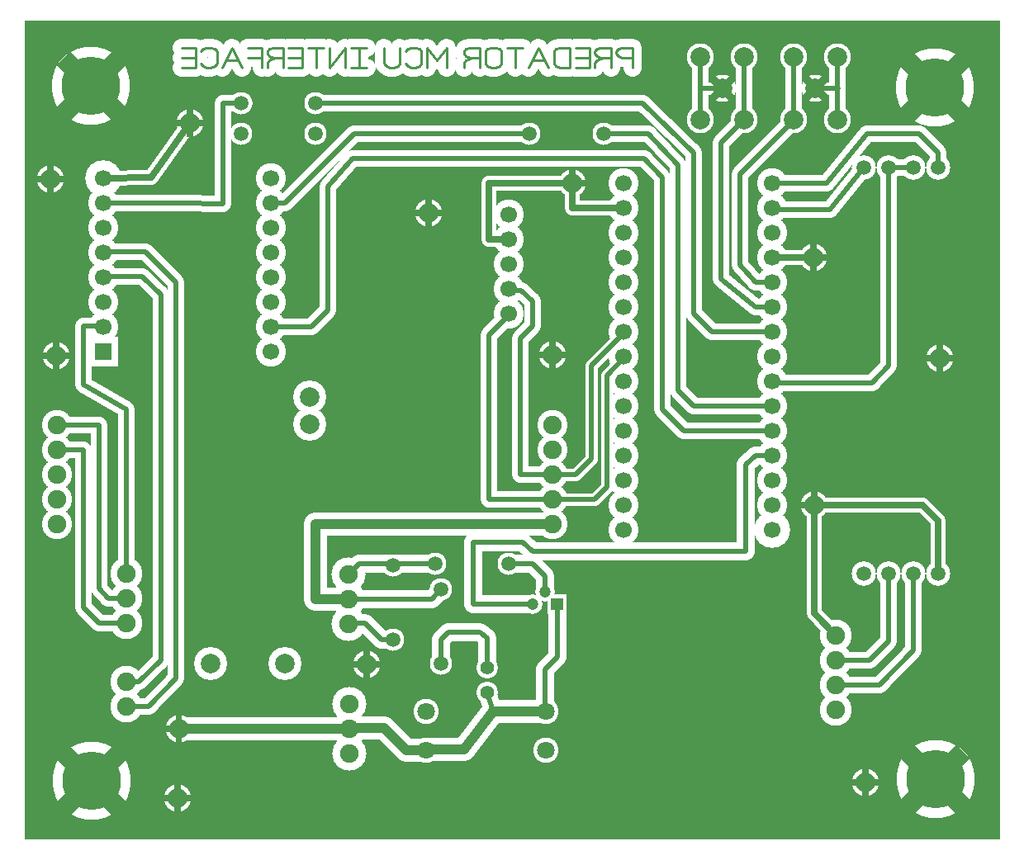
<source format=gbr>
%FSLAX34Y34*%
%MOMM*%
%LNCOPPER_BOTTOM*%
G71*
G01*
%ADD10C, 3.100*%
%ADD11C, 3.700*%
%ADD12C, 2.500*%
%ADD13C, 2.600*%
%ADD14C, 3.500*%
%ADD15C, 3.400*%
%ADD16C, 2.200*%
%ADD17C, 3.300*%
%ADD18C, 1.700*%
%ADD19C, 1.900*%
%ADD20C, 2.400*%
%ADD21C, 2.800*%
%ADD22C, 1.300*%
%ADD23C, 1.500*%
%ADD24C, 3.300*%
%ADD25C, 2.000*%
%ADD26C, 3.400*%
%ADD27C, 1.856*%
%ADD28C, 2.300*%
%ADD29C, 8.000*%
%ADD30C, 8.000*%
%ADD31C, 2.800*%
%ADD32C, 0.667*%
%ADD33C, 0.840*%
%ADD34C, 0.820*%
%ADD35C, 2.000*%
%ADD36C, 1.700*%
%ADD37C, 1.700*%
%ADD38C, 1.500*%
%ADD39C, 1.800*%
%ADD40C, 1.900*%
%ADD41C, 2.000*%
%ADD42C, 1.400*%
%ADD43C, 1.900*%
%ADD44C, 0.500*%
%ADD45C, 1.000*%
%ADD46C, 0.700*%
%ADD47C, 1.200*%
%ADD48C, 0.256*%
%ADD49C, 1.500*%
%ADD50C, 6.000*%
%ADD51C, 6.000*%
%ADD52C, 2.000*%
%LPD*%
G36*
X0Y840000D02*
X1000000Y840000D01*
X1000000Y0D01*
X0Y0D01*
X0Y840000D01*
G37*
%LPC*%
X252412Y678200D02*
G54D10*
D03*
X252412Y652800D02*
G54D10*
D03*
X252412Y627400D02*
G54D10*
D03*
X252412Y602000D02*
G54D10*
D03*
X252412Y576600D02*
G54D10*
D03*
X252412Y551200D02*
G54D10*
D03*
X252412Y525800D02*
G54D10*
D03*
X252412Y500400D02*
G54D10*
D03*
X80962Y678200D02*
G54D11*
D03*
X80962Y678200D02*
G54D10*
D03*
X80962Y652800D02*
G54D10*
D03*
X80962Y627400D02*
G54D10*
D03*
X80962Y602000D02*
G54D10*
D03*
X80962Y576600D02*
G54D10*
D03*
X80962Y551200D02*
G54D10*
D03*
X80962Y525800D02*
G54D10*
D03*
G36*
X96462Y515900D02*
X96462Y484900D01*
X65462Y484900D01*
X65462Y515900D01*
X96462Y515900D01*
G37*
X614362Y317837D02*
G54D10*
D03*
X614362Y343237D02*
G54D10*
D03*
X614362Y368637D02*
G54D10*
D03*
X614362Y394037D02*
G54D10*
D03*
X614362Y419437D02*
G54D10*
D03*
X614362Y444837D02*
G54D10*
D03*
X614362Y470237D02*
G54D10*
D03*
X614362Y495637D02*
G54D10*
D03*
X614362Y521037D02*
G54D10*
D03*
X614362Y546437D02*
G54D10*
D03*
X614362Y571837D02*
G54D10*
D03*
X614362Y597237D02*
G54D10*
D03*
X614362Y622637D02*
G54D10*
D03*
X614362Y648037D02*
G54D10*
D03*
X614362Y673437D02*
G54D10*
D03*
X766762Y317837D02*
G54D11*
D03*
X766762Y317837D02*
G54D10*
D03*
X766762Y343237D02*
G54D10*
D03*
X766762Y368637D02*
G54D10*
D03*
X766762Y394037D02*
G54D10*
D03*
X766762Y419437D02*
G54D10*
D03*
X766762Y444837D02*
G54D10*
D03*
X766762Y470237D02*
G54D10*
D03*
X766762Y495637D02*
G54D10*
D03*
X766762Y521037D02*
G54D10*
D03*
X766762Y546437D02*
G54D10*
D03*
X766762Y571837D02*
G54D10*
D03*
X766762Y597237D02*
G54D10*
D03*
X766762Y622637D02*
G54D10*
D03*
X766762Y648037D02*
G54D10*
D03*
X766762Y673437D02*
G54D10*
D03*
X860424Y688975D02*
G54D12*
D03*
X885824Y688975D02*
G54D12*
D03*
X911224Y688975D02*
G54D12*
D03*
X936624Y688975D02*
G54D12*
D03*
X496887Y539750D02*
G54D10*
D03*
X496887Y565150D02*
G54D10*
D03*
X496887Y590550D02*
G54D10*
D03*
X496887Y615950D02*
G54D10*
D03*
X496887Y641351D02*
G54D10*
D03*
X412261Y91458D02*
G54D13*
D03*
X412261Y131458D02*
G54D13*
D03*
X332654Y221507D02*
G54D14*
D03*
X332654Y246907D02*
G54D14*
D03*
X332654Y272307D02*
G54D14*
D03*
X267443Y180908D02*
G54D15*
D03*
X191243Y180908D02*
G54D15*
D03*
X332942Y88499D02*
G54D14*
D03*
X332942Y113899D02*
G54D14*
D03*
X332942Y139299D02*
G54D14*
D03*
X474663Y176212D02*
G54D16*
D03*
X474662Y150812D02*
G54D16*
D03*
X860424Y273050D02*
G54D12*
D03*
X885824Y273050D02*
G54D12*
D03*
X911224Y273050D02*
G54D12*
D03*
X936624Y273050D02*
G54D12*
D03*
X831850Y209550D02*
G54D17*
D03*
X831850Y184150D02*
G54D17*
D03*
X831850Y158750D02*
G54D17*
D03*
X831850Y133350D02*
G54D17*
D03*
G54D18*
X766762Y646450D02*
X825836Y646450D01*
X860424Y688975D01*
G54D18*
X766762Y468650D02*
X868700Y468650D01*
X885825Y485775D01*
X885824Y688975D01*
X911224Y688975D01*
G54D18*
X885824Y273050D02*
X885824Y203199D01*
X866775Y184150D01*
X831850Y184150D01*
G54D18*
X911224Y273050D02*
X911224Y193674D01*
X876300Y158750D01*
X831850Y158750D01*
X534237Y131583D02*
G54D13*
D03*
X534237Y91583D02*
G54D13*
D03*
G54D19*
X378371Y205084D02*
X366416Y205084D01*
X349250Y222250D01*
X333397Y222250D01*
X332654Y221507D01*
G54D20*
X540847Y323360D02*
X326535Y323360D01*
X298450Y323850D01*
X298450Y246699D01*
X332654Y246907D01*
X332254Y247307D01*
X332654Y246907D01*
X158342Y113899D02*
G54D21*
D03*
G54D20*
X534237Y131583D02*
X480833Y131583D01*
X450850Y92075D01*
X412878Y92075D01*
X412261Y91458D01*
X391142Y91458D01*
X368300Y114300D01*
X333345Y114300D01*
X332943Y113897D01*
G54D22*
X614362Y494050D02*
X614362Y493712D01*
X596900Y476250D01*
X596900Y361950D01*
X584200Y349250D01*
X541338Y349250D01*
X540847Y348760D01*
G54D22*
X614362Y519450D02*
X614362Y519112D01*
X581025Y485775D01*
X581025Y390525D01*
X565150Y374650D01*
X541337Y374650D01*
X540847Y374160D01*
G54D18*
X496887Y538162D02*
X476250Y517525D01*
X476250Y349250D01*
X540357Y349250D01*
X540847Y348760D01*
G54D18*
X496887Y563563D02*
X509587Y563563D01*
X520700Y552450D01*
X520700Y527050D01*
X508000Y514350D01*
X508000Y374650D01*
X540357Y374650D01*
X540847Y374160D01*
G54D19*
X766762Y394037D02*
X749637Y394037D01*
X739775Y384175D01*
X739775Y295275D01*
X520700Y295275D01*
X511175Y304800D01*
X460375Y304800D01*
X460375Y241300D01*
X520700Y241300D01*
G54D23*
X614362Y648037D02*
X583863Y648037D01*
X561975Y647700D01*
X561975Y673100D01*
X476250Y673100D01*
X476250Y615950D01*
X496887Y615950D01*
X561975Y673100D02*
G54D21*
D03*
G54D23*
X936624Y273050D02*
X936624Y327026D01*
X920750Y342900D01*
X809625Y342900D01*
X809625Y342900D02*
G54D21*
D03*
X169862Y735013D02*
G54D21*
D03*
G54D18*
X252412Y525800D02*
X294025Y525800D01*
X311150Y542925D01*
X311150Y669925D01*
X336550Y698500D01*
X635000Y698500D01*
X654050Y679450D01*
X654050Y441325D01*
X676275Y419100D01*
X766424Y419100D01*
X766762Y419437D01*
G54D18*
X252412Y652800D02*
X267038Y652800D01*
X338138Y723900D01*
X517525Y723900D01*
G54D18*
X80962Y652800D02*
X160675Y652800D01*
X203200Y652462D01*
X203200Y755650D01*
X225425Y755650D01*
X104775Y222250D02*
G54D24*
D03*
X104775Y247650D02*
G54D24*
D03*
X104775Y273050D02*
G54D24*
D03*
G54D18*
X104775Y273050D02*
X104775Y441325D01*
X60325Y466725D01*
X60325Y527050D01*
X79712Y527050D01*
X80962Y525800D01*
X541338Y496888D02*
G54D21*
D03*
X33568Y424960D02*
G54D10*
D03*
X33568Y399560D02*
G54D10*
D03*
X33568Y374160D02*
G54D10*
D03*
X33568Y348760D02*
G54D10*
D03*
X33568Y323360D02*
G54D10*
D03*
X541568Y424960D02*
G54D10*
D03*
X541568Y399560D02*
G54D10*
D03*
X541568Y374160D02*
G54D10*
D03*
X541568Y348760D02*
G54D10*
D03*
X541568Y323360D02*
G54D10*
D03*
G54D18*
X766762Y673437D02*
X822662Y673437D01*
X863600Y723900D01*
X917575Y723900D01*
X936625Y704850D01*
X936624Y688975D01*
X809288Y597237D02*
G54D21*
D03*
G54D23*
X766762Y597237D02*
X809288Y597237D01*
G54D23*
X831850Y209550D02*
X809625Y231775D01*
X809625Y342900D01*
X104775Y136525D02*
G54D24*
D03*
X104775Y161925D02*
G54D24*
D03*
G54D18*
X33568Y424960D02*
X75710Y424960D01*
X76200Y425450D01*
X76200Y257175D01*
X85725Y247650D01*
X104775Y247650D01*
G54D18*
X33568Y399560D02*
X59835Y399560D01*
X60325Y400050D01*
X60325Y238125D01*
X76200Y222250D01*
X104775Y222250D01*
G54D18*
X104775Y161925D02*
X117475Y161925D01*
X139700Y184150D01*
X139700Y558800D01*
X120650Y577850D01*
X82212Y577850D01*
X80962Y576600D01*
G54D18*
X104775Y136525D02*
X127000Y136525D01*
X155575Y165100D01*
X155575Y571500D01*
X123825Y603250D01*
X82212Y603250D01*
X80962Y602000D01*
G54D19*
X332654Y272307D02*
X332654Y272329D01*
X342900Y282575D01*
X420888Y282575D01*
X520700Y241300D02*
G54D25*
D03*
X533400Y254000D02*
G54D25*
D03*
G36*
X536100Y251300D02*
X556100Y251300D01*
X556100Y231300D01*
X536100Y231300D01*
X536100Y251300D01*
G37*
G54D19*
X533400Y254000D02*
X533400Y269875D01*
X520700Y282575D01*
X496888Y282575D01*
G54D19*
X332654Y246907D02*
X417521Y246907D01*
X427000Y256386D01*
G54D19*
X427000Y180386D02*
X427000Y204750D01*
X434975Y212725D01*
X466725Y212725D01*
X474662Y206375D01*
X474663Y176212D01*
G54D19*
X474662Y150812D02*
X480833Y131583D01*
G54D23*
X80962Y678200D02*
X130175Y679450D01*
X169862Y735012D01*
G54D19*
X546100Y241300D02*
X546100Y187325D01*
X533400Y174625D01*
X533400Y132420D01*
X534237Y131583D01*
G54D18*
X738238Y803138D02*
X738238Y738138D01*
G54D18*
X693238Y803138D02*
X693238Y738138D01*
G54D18*
X788488Y803138D02*
X788488Y738138D01*
G54D18*
X833488Y803138D02*
X833488Y738138D01*
G54D18*
X788488Y738138D02*
X788488Y737688D01*
X733425Y682625D01*
X733425Y589299D01*
X749300Y571500D01*
X766762Y571837D01*
G54D18*
X738238Y738138D02*
X738138Y738138D01*
X714375Y714375D01*
X714375Y574675D01*
X749300Y546100D01*
X766425Y546100D01*
X766762Y546437D01*
X810987Y770638D02*
G54D21*
D03*
X715738Y770638D02*
G54D21*
D03*
G54D22*
X715738Y770638D02*
X693038Y770638D01*
G54D22*
X810988Y770638D02*
X834138Y770638D01*
X292505Y425652D02*
G54D26*
D03*
X292505Y454227D02*
G54D26*
D03*
X32847Y496397D02*
G54D21*
D03*
G54D20*
X332942Y113899D02*
X158342Y113899D01*
G54D27*
X623134Y791942D02*
X623134Y812386D01*
X612912Y812386D01*
X608823Y811109D01*
X606779Y808553D01*
X606779Y805997D01*
X608823Y803442D01*
X612912Y802164D01*
X623134Y802164D01*
G54D27*
X592978Y802164D02*
X586845Y799609D01*
X584801Y797053D01*
X584801Y791942D01*
G54D27*
X601156Y791942D02*
X601156Y812386D01*
X590934Y812386D01*
X586845Y811109D01*
X584801Y808553D01*
X584801Y805997D01*
X586845Y803442D01*
X590934Y802164D01*
X601156Y802164D01*
G54D27*
X564867Y791942D02*
X579178Y791942D01*
X579178Y812386D01*
X564867Y812386D01*
G54D27*
X579178Y802164D02*
X564867Y802164D01*
G54D27*
X559245Y791942D02*
X559245Y812386D01*
X549023Y812386D01*
X544934Y811109D01*
X542890Y808553D01*
X542890Y795775D01*
X544934Y793220D01*
X549023Y791942D01*
X559245Y791942D01*
G54D27*
X537267Y791942D02*
X527045Y812386D01*
X516823Y791942D01*
G54D27*
X533178Y799609D02*
X520912Y799609D01*
G54D27*
X503023Y791942D02*
X503023Y812386D01*
G54D27*
X511201Y812386D02*
X494846Y812386D01*
G54D27*
X472868Y808553D02*
X472868Y795775D01*
X474912Y793220D01*
X479001Y791942D01*
X483090Y791942D01*
X487179Y793220D01*
X489223Y795775D01*
X489223Y808553D01*
X487179Y811109D01*
X483090Y812386D01*
X479001Y812386D01*
X474912Y811109D01*
X472868Y808553D01*
G54D27*
X459067Y802164D02*
X452934Y799609D01*
X450890Y797053D01*
X450890Y791942D01*
G54D27*
X467245Y791942D02*
X467245Y812386D01*
X457023Y812386D01*
X452934Y811109D01*
X450890Y808553D01*
X450890Y805997D01*
X452934Y803442D01*
X457023Y802164D01*
X467245Y802164D01*
G54D27*
X433205Y791942D02*
X433205Y812386D01*
X422983Y799609D01*
X412761Y812386D01*
X412761Y791942D01*
G54D27*
X390784Y795775D02*
X392828Y793220D01*
X396917Y791942D01*
X401006Y791942D01*
X405095Y793220D01*
X407139Y795775D01*
X407139Y808553D01*
X405095Y811109D01*
X401006Y812386D01*
X396917Y812386D01*
X392828Y811109D01*
X390784Y808553D01*
G54D27*
X385161Y812386D02*
X385161Y795775D01*
X383117Y793220D01*
X379028Y791942D01*
X374939Y791942D01*
X370850Y793220D01*
X368806Y795775D01*
X368806Y812386D01*
G54D27*
X351121Y791942D02*
X334766Y791942D01*
G54D27*
X342943Y791942D02*
X342943Y812386D01*
G54D27*
X351121Y812386D02*
X334766Y812386D01*
G54D27*
X329143Y791942D02*
X329143Y812386D01*
X312788Y791942D01*
X312788Y812386D01*
G54D27*
X298987Y791942D02*
X298987Y812386D01*
G54D27*
X307165Y812386D02*
X290810Y812386D01*
G54D27*
X270876Y791942D02*
X285187Y791942D01*
X285187Y812386D01*
X270876Y812386D01*
G54D27*
X285187Y802164D02*
X270876Y802164D01*
G54D27*
X257076Y802164D02*
X250943Y799609D01*
X248899Y797053D01*
X248899Y791942D01*
G54D27*
X265254Y791942D02*
X265254Y812386D01*
X255032Y812386D01*
X250943Y811109D01*
X248899Y808553D01*
X248899Y805997D01*
X250943Y803442D01*
X255032Y802164D01*
X265254Y802164D01*
G54D27*
X243276Y791942D02*
X243276Y812386D01*
X228965Y812386D01*
G54D27*
X243276Y802164D02*
X228965Y802164D01*
G54D27*
X223343Y791942D02*
X213121Y812386D01*
X202899Y791942D01*
G54D27*
X219254Y799609D02*
X206988Y799609D01*
G54D27*
X180922Y795775D02*
X182966Y793220D01*
X187055Y791942D01*
X191144Y791942D01*
X195233Y793220D01*
X197277Y795775D01*
X197277Y808553D01*
X195233Y811109D01*
X191144Y812386D01*
X187055Y812386D01*
X182966Y811109D01*
X180922Y808553D01*
G54D27*
X160988Y791942D02*
X175299Y791942D01*
X175299Y812386D01*
X160988Y812386D01*
G54D27*
X175299Y802164D02*
X160988Y802164D01*
X862013Y58738D02*
G54D21*
D03*
X157163Y42863D02*
G54D21*
D03*
X350838Y179388D02*
G54D21*
D03*
X26988Y677863D02*
G54D21*
D03*
X938213Y493713D02*
G54D21*
D03*
X414338Y642938D02*
G54D21*
D03*
X298250Y755650D02*
G54D28*
D03*
X222250Y755650D02*
G54D28*
D03*
G54D18*
X766425Y520700D02*
X704850Y520700D01*
X685800Y539750D01*
X685800Y704850D01*
X633412Y755650D01*
X298250Y755650D01*
G54D18*
X766762Y444837D02*
X766425Y444500D01*
X685800Y444500D01*
X669925Y460375D01*
X669925Y692150D01*
X639762Y723900D01*
X593525Y723900D01*
X68734Y60358D02*
G54D29*
D03*
X933922Y61946D02*
G54D30*
D03*
X933450Y771524D02*
G54D30*
D03*
X68262Y773112D02*
G54D29*
D03*
X738238Y738138D02*
G54D31*
D03*
X738238Y803138D02*
G54D31*
D03*
X693238Y803138D02*
G54D31*
D03*
X693238Y738138D02*
G54D31*
D03*
X833488Y738138D02*
G54D31*
D03*
X833488Y803138D02*
G54D31*
D03*
X788488Y803138D02*
G54D31*
D03*
X788488Y738138D02*
G54D31*
D03*
X298250Y723900D02*
G54D28*
D03*
X222250Y723900D02*
G54D28*
D03*
X593525Y723900D02*
G54D28*
D03*
X517525Y723900D02*
G54D28*
D03*
X378371Y205084D02*
G54D28*
D03*
X378371Y281084D02*
G54D28*
D03*
X427000Y180386D02*
G54D28*
D03*
X427000Y256386D02*
G54D28*
D03*
X496888Y282575D02*
G54D28*
D03*
X420888Y282575D02*
G54D28*
D03*
%LPD*%
G54D32*
G36*
X161675Y113899D02*
X161675Y99399D01*
X155008Y99399D01*
X155008Y113899D01*
X161675Y113899D01*
G37*
G36*
X158342Y110566D02*
X143842Y110566D01*
X143842Y117232D01*
X158342Y117232D01*
X158342Y110566D01*
G37*
G36*
X155008Y113899D02*
X155008Y128399D01*
X161675Y128399D01*
X161675Y113899D01*
X155008Y113899D01*
G37*
G36*
X158342Y117232D02*
X172842Y117232D01*
X172842Y110566D01*
X158342Y110566D01*
X158342Y117232D01*
G37*
G54D32*
G36*
X565308Y673100D02*
X565308Y658600D01*
X558642Y658600D01*
X558642Y673100D01*
X565308Y673100D01*
G37*
G36*
X561975Y669767D02*
X547475Y669767D01*
X547475Y676433D01*
X561975Y676433D01*
X561975Y669767D01*
G37*
G36*
X558642Y673100D02*
X558642Y687600D01*
X565308Y687600D01*
X565308Y673100D01*
X558642Y673100D01*
G37*
G36*
X561975Y676433D02*
X576475Y676433D01*
X576475Y669767D01*
X561975Y669767D01*
X561975Y676433D01*
G37*
G54D32*
G36*
X812958Y342900D02*
X812958Y328400D01*
X806292Y328400D01*
X806292Y342900D01*
X812958Y342900D01*
G37*
G36*
X809625Y339567D02*
X795125Y339567D01*
X795125Y346233D01*
X809625Y346233D01*
X809625Y339567D01*
G37*
G36*
X806292Y342900D02*
X806292Y357400D01*
X812958Y357400D01*
X812958Y342900D01*
X806292Y342900D01*
G37*
G36*
X809625Y346233D02*
X824125Y346233D01*
X824125Y339567D01*
X809625Y339567D01*
X809625Y346233D01*
G37*
G54D32*
G36*
X173195Y735013D02*
X173195Y720513D01*
X166529Y720513D01*
X166529Y735013D01*
X173195Y735013D01*
G37*
G36*
X169862Y731680D02*
X155362Y731680D01*
X155362Y738346D01*
X169862Y738346D01*
X169862Y731680D01*
G37*
G36*
X166529Y735013D02*
X166529Y749513D01*
X173195Y749513D01*
X173195Y735013D01*
X166529Y735013D01*
G37*
G36*
X169862Y738346D02*
X184362Y738346D01*
X184362Y731680D01*
X169862Y731680D01*
X169862Y738346D01*
G37*
G54D32*
G36*
X544671Y496888D02*
X544671Y482388D01*
X538005Y482388D01*
X538005Y496888D01*
X544671Y496888D01*
G37*
G36*
X541338Y493555D02*
X526838Y493555D01*
X526838Y500221D01*
X541338Y500221D01*
X541338Y493555D01*
G37*
G36*
X538005Y496888D02*
X538005Y511388D01*
X544671Y511388D01*
X544671Y496888D01*
X538005Y496888D01*
G37*
G36*
X541338Y500221D02*
X555838Y500221D01*
X555838Y493555D01*
X541338Y493555D01*
X541338Y500221D01*
G37*
G54D32*
G36*
X812621Y597237D02*
X812621Y582737D01*
X805955Y582737D01*
X805955Y597237D01*
X812621Y597237D01*
G37*
G36*
X809288Y593904D02*
X794788Y593904D01*
X794788Y600570D01*
X809288Y600570D01*
X809288Y593904D01*
G37*
G36*
X805955Y597237D02*
X805955Y611737D01*
X812621Y611737D01*
X812621Y597237D01*
X805955Y597237D01*
G37*
G36*
X809288Y600570D02*
X823788Y600570D01*
X823788Y593904D01*
X809288Y593904D01*
X809288Y600570D01*
G37*
G54D33*
G36*
X813957Y767668D02*
X803704Y757415D01*
X797764Y763355D01*
X808017Y773608D01*
X813957Y767668D01*
G37*
G36*
X808017Y767668D02*
X797764Y777921D01*
X803704Y783861D01*
X813957Y773608D01*
X808017Y767668D01*
G37*
G36*
X808017Y773608D02*
X818270Y783861D01*
X824210Y777921D01*
X813957Y767668D01*
X808017Y773608D01*
G37*
G36*
X813957Y773608D02*
X824210Y763355D01*
X818270Y757415D01*
X808017Y767668D01*
X813957Y773608D01*
G37*
G54D34*
G36*
X718637Y767739D02*
X708384Y757486D01*
X702586Y763284D01*
X712839Y773537D01*
X718637Y767739D01*
G37*
G36*
X712839Y767739D02*
X702586Y777992D01*
X708384Y783790D01*
X718637Y773537D01*
X712839Y767739D01*
G37*
G36*
X712839Y773537D02*
X723092Y783790D01*
X728890Y777992D01*
X718637Y767739D01*
X712839Y773537D01*
G37*
G36*
X718637Y773537D02*
X728890Y763284D01*
X723092Y757486D01*
X712839Y767739D01*
X718637Y773537D01*
G37*
G54D32*
G36*
X36180Y496397D02*
X36180Y481897D01*
X29514Y481897D01*
X29514Y496397D01*
X36180Y496397D01*
G37*
G36*
X32847Y493064D02*
X18347Y493064D01*
X18347Y499730D01*
X32847Y499730D01*
X32847Y493064D01*
G37*
G36*
X29514Y496397D02*
X29514Y510897D01*
X36180Y510897D01*
X36180Y496397D01*
X29514Y496397D01*
G37*
G36*
X32847Y499730D02*
X47347Y499730D01*
X47347Y493064D01*
X32847Y493064D01*
X32847Y499730D01*
G37*
G54D32*
G36*
X865346Y58738D02*
X865346Y44238D01*
X858680Y44238D01*
X858680Y58738D01*
X865346Y58738D01*
G37*
G36*
X862013Y55405D02*
X847513Y55405D01*
X847513Y62071D01*
X862013Y62071D01*
X862013Y55405D01*
G37*
G36*
X858680Y58738D02*
X858680Y73238D01*
X865346Y73238D01*
X865346Y58738D01*
X858680Y58738D01*
G37*
G36*
X862013Y62071D02*
X876513Y62071D01*
X876513Y55405D01*
X862013Y55405D01*
X862013Y62071D01*
G37*
G54D32*
G36*
X160496Y42863D02*
X160496Y28363D01*
X153830Y28363D01*
X153830Y42863D01*
X160496Y42863D01*
G37*
G36*
X157163Y39530D02*
X142663Y39530D01*
X142663Y46196D01*
X157163Y46196D01*
X157163Y39530D01*
G37*
G36*
X153830Y42863D02*
X153830Y57363D01*
X160496Y57363D01*
X160496Y42863D01*
X153830Y42863D01*
G37*
G36*
X157163Y46196D02*
X171663Y46196D01*
X171663Y39530D01*
X157163Y39530D01*
X157163Y46196D01*
G37*
G54D32*
G36*
X354171Y179388D02*
X354171Y164888D01*
X347505Y164888D01*
X347505Y179388D01*
X354171Y179388D01*
G37*
G36*
X350838Y176055D02*
X336338Y176055D01*
X336338Y182721D01*
X350838Y182721D01*
X350838Y176055D01*
G37*
G36*
X347505Y179388D02*
X347505Y193888D01*
X354171Y193888D01*
X354171Y179388D01*
X347505Y179388D01*
G37*
G36*
X350838Y182721D02*
X365338Y182721D01*
X365338Y176055D01*
X350838Y176055D01*
X350838Y182721D01*
G37*
G54D32*
G36*
X30321Y677863D02*
X30321Y663363D01*
X23655Y663363D01*
X23655Y677863D01*
X30321Y677863D01*
G37*
G36*
X26988Y674530D02*
X12488Y674530D01*
X12488Y681196D01*
X26988Y681196D01*
X26988Y674530D01*
G37*
G36*
X23655Y677863D02*
X23655Y692363D01*
X30321Y692363D01*
X30321Y677863D01*
X23655Y677863D01*
G37*
G36*
X26988Y681196D02*
X41488Y681196D01*
X41488Y674530D01*
X26988Y674530D01*
X26988Y681196D01*
G37*
G54D32*
G36*
X941546Y493713D02*
X941546Y479213D01*
X934880Y479213D01*
X934880Y493713D01*
X941546Y493713D01*
G37*
G36*
X938213Y490380D02*
X923713Y490380D01*
X923713Y497046D01*
X938213Y497046D01*
X938213Y490380D01*
G37*
G36*
X934880Y493713D02*
X934880Y508213D01*
X941546Y508213D01*
X941546Y493713D01*
X934880Y493713D01*
G37*
G36*
X938213Y497046D02*
X952713Y497046D01*
X952713Y490380D01*
X938213Y490380D01*
X938213Y497046D01*
G37*
G54D32*
G36*
X417671Y642938D02*
X417671Y628438D01*
X411005Y628438D01*
X411005Y642938D01*
X417671Y642938D01*
G37*
G36*
X414338Y639605D02*
X399838Y639605D01*
X399838Y646271D01*
X414338Y646271D01*
X414338Y639605D01*
G37*
G36*
X411005Y642938D02*
X411005Y657438D01*
X417671Y657438D01*
X417671Y642938D01*
X411005Y642938D01*
G37*
G36*
X414338Y646271D02*
X428838Y646271D01*
X428838Y639605D01*
X414338Y639605D01*
X414338Y646271D01*
G37*
G54D35*
G36*
X61662Y67430D02*
X90300Y96067D01*
X104442Y81925D01*
X75805Y53287D01*
X61662Y67430D01*
G37*
G36*
X75805Y67430D02*
X104442Y38792D01*
X90300Y24650D01*
X61662Y53287D01*
X75805Y67430D01*
G37*
G36*
X75805Y53287D02*
X47167Y24650D01*
X33025Y38792D01*
X61662Y67430D01*
X75805Y53287D01*
G37*
G36*
X61662Y53287D02*
X33025Y81925D01*
X47167Y96067D01*
X75805Y67430D01*
X61662Y53287D01*
G37*
G54D35*
G36*
X926850Y69018D02*
X955488Y97655D01*
X969630Y83513D01*
X940993Y54875D01*
X926850Y69018D01*
G37*
G36*
X940993Y69018D02*
X969630Y40380D01*
X955488Y26238D01*
X926850Y54875D01*
X940993Y69018D01*
G37*
G36*
X940993Y54875D02*
X912355Y26238D01*
X898213Y40380D01*
X926850Y69018D01*
X940993Y54875D01*
G37*
G36*
X926850Y54875D02*
X898213Y83513D01*
X912355Y97655D01*
X940993Y69018D01*
X926850Y54875D01*
G37*
G54D35*
G36*
X926378Y778596D02*
X955016Y807233D01*
X969158Y793091D01*
X940521Y764453D01*
X926378Y778596D01*
G37*
G36*
X940521Y778596D02*
X969158Y749958D01*
X955016Y735816D01*
X926378Y764453D01*
X940521Y778596D01*
G37*
G36*
X940521Y764453D02*
X911883Y735816D01*
X897741Y749958D01*
X926378Y778596D01*
X940521Y764453D01*
G37*
G36*
X926378Y764453D02*
X897741Y793091D01*
X911883Y807233D01*
X940521Y778596D01*
X926378Y764453D01*
G37*
G54D35*
G36*
X61191Y780184D02*
X89829Y808821D01*
X103971Y794679D01*
X75334Y766041D01*
X61191Y780184D01*
G37*
G36*
X75334Y780184D02*
X103971Y751546D01*
X89829Y737404D01*
X61191Y766041D01*
X75334Y780184D01*
G37*
G36*
X75334Y766041D02*
X46696Y737404D01*
X32554Y751546D01*
X61191Y780184D01*
X75334Y766041D01*
G37*
G36*
X61191Y766041D02*
X32554Y794679D01*
X46696Y808821D01*
X75334Y780184D01*
X61191Y766041D01*
G37*
X252412Y678200D02*
G54D36*
D03*
X252412Y652800D02*
G54D36*
D03*
X252412Y627400D02*
G54D36*
D03*
X252412Y602000D02*
G54D36*
D03*
X252412Y576600D02*
G54D36*
D03*
X252412Y551200D02*
G54D36*
D03*
X252412Y525800D02*
G54D36*
D03*
X252412Y500400D02*
G54D36*
D03*
X80962Y678200D02*
G54D37*
D03*
X80962Y678200D02*
G54D36*
D03*
X80962Y652800D02*
G54D36*
D03*
X80962Y627400D02*
G54D36*
D03*
X80962Y602000D02*
G54D36*
D03*
X80962Y576600D02*
G54D36*
D03*
X80962Y551200D02*
G54D36*
D03*
X80962Y525800D02*
G54D36*
D03*
G36*
X89462Y508900D02*
X89462Y491900D01*
X72462Y491900D01*
X72462Y508900D01*
X89462Y508900D01*
G37*
X614362Y317837D02*
G54D36*
D03*
X614362Y343237D02*
G54D36*
D03*
X614362Y368637D02*
G54D36*
D03*
X614362Y394037D02*
G54D36*
D03*
X614362Y419437D02*
G54D36*
D03*
X614362Y444837D02*
G54D36*
D03*
X614362Y470237D02*
G54D36*
D03*
X614362Y495637D02*
G54D36*
D03*
X614362Y521037D02*
G54D36*
D03*
X614362Y546437D02*
G54D36*
D03*
X614362Y571837D02*
G54D36*
D03*
X614362Y597237D02*
G54D36*
D03*
X614362Y622637D02*
G54D36*
D03*
X614362Y648037D02*
G54D36*
D03*
X614362Y673437D02*
G54D36*
D03*
X766762Y317837D02*
G54D37*
D03*
X766762Y317837D02*
G54D36*
D03*
X766762Y343237D02*
G54D36*
D03*
X766762Y368637D02*
G54D36*
D03*
X766762Y394037D02*
G54D36*
D03*
X766762Y419437D02*
G54D36*
D03*
X766762Y444837D02*
G54D36*
D03*
X766762Y470237D02*
G54D36*
D03*
X766762Y495637D02*
G54D36*
D03*
X766762Y521037D02*
G54D36*
D03*
X766762Y546437D02*
G54D36*
D03*
X766762Y571837D02*
G54D36*
D03*
X766762Y597237D02*
G54D36*
D03*
X766762Y622637D02*
G54D36*
D03*
X766762Y648037D02*
G54D36*
D03*
X766762Y673437D02*
G54D36*
D03*
X860424Y688975D02*
G54D38*
D03*
X885824Y688975D02*
G54D38*
D03*
X911224Y688975D02*
G54D38*
D03*
X936624Y688975D02*
G54D38*
D03*
X496887Y539750D02*
G54D36*
D03*
X496887Y565150D02*
G54D36*
D03*
X496887Y590550D02*
G54D36*
D03*
X496887Y615950D02*
G54D36*
D03*
X496887Y641351D02*
G54D36*
D03*
X412261Y91458D02*
G54D39*
D03*
X412261Y131458D02*
G54D39*
D03*
X332654Y221507D02*
G54D40*
D03*
X332654Y246907D02*
G54D40*
D03*
X332654Y272307D02*
G54D40*
D03*
X267443Y180908D02*
G54D41*
D03*
X191243Y180908D02*
G54D41*
D03*
X332942Y88499D02*
G54D40*
D03*
X332942Y113899D02*
G54D40*
D03*
X332942Y139299D02*
G54D40*
D03*
X474663Y176212D02*
G54D42*
D03*
X474662Y150812D02*
G54D42*
D03*
X860424Y273050D02*
G54D38*
D03*
X885824Y273050D02*
G54D38*
D03*
X911224Y273050D02*
G54D38*
D03*
X936624Y273050D02*
G54D38*
D03*
X831850Y209550D02*
G54D43*
D03*
X831850Y184150D02*
G54D43*
D03*
X831850Y158750D02*
G54D43*
D03*
X831850Y133350D02*
G54D43*
D03*
G54D44*
X766762Y646450D02*
X825836Y646450D01*
X860424Y688975D01*
G54D44*
X766762Y468650D02*
X868700Y468650D01*
X885825Y485775D01*
X885824Y688975D01*
X911224Y688975D01*
G54D44*
X885824Y273050D02*
X885824Y203199D01*
X866775Y184150D01*
X831850Y184150D01*
G54D44*
X911224Y273050D02*
X911224Y193674D01*
X876300Y158750D01*
X831850Y158750D01*
X534237Y131583D02*
G54D39*
D03*
X534237Y91583D02*
G54D39*
D03*
G54D44*
X378371Y205084D02*
X366416Y205084D01*
X349250Y222250D01*
X333397Y222250D01*
X332654Y221507D01*
G54D45*
X540847Y323360D02*
X326535Y323360D01*
X298450Y323850D01*
X298450Y246699D01*
X332654Y246907D01*
X332254Y247307D01*
X332654Y246907D01*
X158342Y113899D02*
G54D41*
D03*
G54D45*
X534237Y131583D02*
X480833Y131583D01*
X450850Y92075D01*
X412878Y92075D01*
X412261Y91458D01*
X391142Y91458D01*
X368300Y114300D01*
X333345Y114300D01*
X332943Y113897D01*
G54D44*
X614362Y494050D02*
X614362Y493712D01*
X596900Y476250D01*
X596900Y361950D01*
X584200Y349250D01*
X541338Y349250D01*
X540847Y348760D01*
G54D44*
X614362Y519450D02*
X614362Y519112D01*
X581025Y485775D01*
X581025Y390525D01*
X565150Y374650D01*
X541337Y374650D01*
X540847Y374160D01*
G54D44*
X496887Y538162D02*
X476250Y517525D01*
X476250Y349250D01*
X540357Y349250D01*
X540847Y348760D01*
G54D44*
X496887Y563563D02*
X509587Y563563D01*
X520700Y552450D01*
X520700Y527050D01*
X508000Y514350D01*
X508000Y374650D01*
X540357Y374650D01*
X540847Y374160D01*
G54D44*
X766762Y394037D02*
X749637Y394037D01*
X739775Y384175D01*
X739775Y295275D01*
X520700Y295275D01*
X511175Y304800D01*
X460375Y304800D01*
X460375Y241300D01*
X520700Y241300D01*
G54D46*
X614362Y648037D02*
X583863Y648037D01*
X561975Y647700D01*
X561975Y673100D01*
X476250Y673100D01*
X476250Y615950D01*
X496887Y615950D01*
X561975Y673100D02*
G54D41*
D03*
G54D46*
X936624Y273050D02*
X936624Y327026D01*
X920750Y342900D01*
X809625Y342900D01*
X809625Y342900D02*
G54D41*
D03*
X169862Y735013D02*
G54D41*
D03*
G54D44*
X252412Y525800D02*
X294025Y525800D01*
X311150Y542925D01*
X311150Y669925D01*
X336550Y698500D01*
X635000Y698500D01*
X654050Y679450D01*
X654050Y441325D01*
X676275Y419100D01*
X766424Y419100D01*
X766762Y419437D01*
G54D44*
X252412Y652800D02*
X267038Y652800D01*
X338138Y723900D01*
X517525Y723900D01*
G54D44*
X80962Y652800D02*
X160675Y652800D01*
X203200Y652462D01*
X203200Y755650D01*
X225425Y755650D01*
X104775Y222250D02*
G54D40*
D03*
X104775Y247650D02*
G54D40*
D03*
X104775Y273050D02*
G54D40*
D03*
G54D44*
X104775Y273050D02*
X104775Y441325D01*
X60325Y466725D01*
X60325Y527050D01*
X79712Y527050D01*
X80962Y525800D01*
X541338Y496888D02*
G54D41*
D03*
X33568Y424960D02*
G54D40*
D03*
X33568Y399560D02*
G54D40*
D03*
X33568Y374160D02*
G54D40*
D03*
X33568Y348760D02*
G54D40*
D03*
X33568Y323360D02*
G54D40*
D03*
X541568Y424960D02*
G54D40*
D03*
X541568Y399560D02*
G54D40*
D03*
X541568Y374160D02*
G54D40*
D03*
X541568Y348760D02*
G54D40*
D03*
X541568Y323360D02*
G54D40*
D03*
G54D44*
X766762Y673437D02*
X822662Y673437D01*
X863600Y723900D01*
X917575Y723900D01*
X936625Y704850D01*
X936624Y688975D01*
X809288Y597237D02*
G54D41*
D03*
G54D46*
X766762Y597237D02*
X809288Y597237D01*
G54D46*
X831850Y209550D02*
X809625Y231775D01*
X809625Y342900D01*
X104775Y136525D02*
G54D40*
D03*
X104775Y161925D02*
G54D40*
D03*
G54D44*
X33568Y424960D02*
X75710Y424960D01*
X76200Y425450D01*
X76200Y257175D01*
X85725Y247650D01*
X104775Y247650D01*
G54D44*
X33568Y399560D02*
X59835Y399560D01*
X60325Y400050D01*
X60325Y238125D01*
X76200Y222250D01*
X104775Y222250D01*
G54D44*
X104775Y161925D02*
X117475Y161925D01*
X139700Y184150D01*
X139700Y558800D01*
X120650Y577850D01*
X82212Y577850D01*
X80962Y576600D01*
G54D44*
X104775Y136525D02*
X127000Y136525D01*
X155575Y165100D01*
X155575Y571500D01*
X123825Y603250D01*
X82212Y603250D01*
X80962Y602000D01*
G54D44*
X332654Y272307D02*
X332654Y272329D01*
X342900Y282575D01*
X420888Y282575D01*
X520700Y241300D02*
G54D47*
D03*
X533400Y254000D02*
G54D47*
D03*
G36*
X540100Y247300D02*
X552100Y247300D01*
X552100Y235300D01*
X540100Y235300D01*
X540100Y247300D01*
G37*
G54D44*
X533400Y254000D02*
X533400Y269875D01*
X520700Y282575D01*
X496888Y282575D01*
G54D44*
X332654Y246907D02*
X417521Y246907D01*
X427000Y256386D01*
G54D44*
X427000Y180386D02*
X427000Y204750D01*
X434975Y212725D01*
X466725Y212725D01*
X474662Y206375D01*
X474663Y176212D01*
G54D44*
X474662Y150812D02*
X480833Y131583D01*
G54D46*
X80962Y678200D02*
X130175Y679450D01*
X169862Y735012D01*
G54D44*
X546100Y241300D02*
X546100Y187325D01*
X533400Y174625D01*
X533400Y132420D01*
X534237Y131583D01*
G54D44*
X738238Y803138D02*
X738238Y738138D01*
G54D44*
X693238Y803138D02*
X693238Y738138D01*
G54D44*
X788488Y803138D02*
X788488Y738138D01*
G54D44*
X833488Y803138D02*
X833488Y738138D01*
G54D44*
X788488Y738138D02*
X788488Y737688D01*
X733425Y682625D01*
X733425Y589299D01*
X749300Y571500D01*
X766762Y571837D01*
G54D44*
X738238Y738138D02*
X738138Y738138D01*
X714375Y714375D01*
X714375Y574675D01*
X749300Y546100D01*
X766425Y546100D01*
X766762Y546437D01*
X810987Y770638D02*
G54D41*
D03*
X715738Y770638D02*
G54D41*
D03*
G54D44*
X715738Y770638D02*
X693038Y770638D01*
G54D44*
X810988Y770638D02*
X834138Y770638D01*
X292505Y425652D02*
G54D25*
D03*
X292505Y454227D02*
G54D25*
D03*
X32847Y496397D02*
G54D41*
D03*
G54D45*
X332942Y113899D02*
X158342Y113899D01*
G54D48*
X623134Y791942D02*
X623134Y812386D01*
X612912Y812386D01*
X608823Y811109D01*
X606779Y808553D01*
X606779Y805997D01*
X608823Y803442D01*
X612912Y802164D01*
X623134Y802164D01*
G54D48*
X592978Y802164D02*
X586845Y799609D01*
X584801Y797053D01*
X584801Y791942D01*
G54D48*
X601156Y791942D02*
X601156Y812386D01*
X590934Y812386D01*
X586845Y811109D01*
X584801Y808553D01*
X584801Y805997D01*
X586845Y803442D01*
X590934Y802164D01*
X601156Y802164D01*
G54D48*
X564867Y791942D02*
X579178Y791942D01*
X579178Y812386D01*
X564867Y812386D01*
G54D48*
X579178Y802164D02*
X564867Y802164D01*
G54D48*
X559245Y791942D02*
X559245Y812386D01*
X549023Y812386D01*
X544934Y811109D01*
X542890Y808553D01*
X542890Y795775D01*
X544934Y793220D01*
X549023Y791942D01*
X559245Y791942D01*
G54D48*
X537267Y791942D02*
X527045Y812386D01*
X516823Y791942D01*
G54D48*
X533178Y799609D02*
X520912Y799609D01*
G54D48*
X503023Y791942D02*
X503023Y812386D01*
G54D48*
X511201Y812386D02*
X494846Y812386D01*
G54D48*
X472868Y808553D02*
X472868Y795775D01*
X474912Y793220D01*
X479001Y791942D01*
X483090Y791942D01*
X487179Y793220D01*
X489223Y795775D01*
X489223Y808553D01*
X487179Y811109D01*
X483090Y812386D01*
X479001Y812386D01*
X474912Y811109D01*
X472868Y808553D01*
G54D48*
X459067Y802164D02*
X452934Y799609D01*
X450890Y797053D01*
X450890Y791942D01*
G54D48*
X467245Y791942D02*
X467245Y812386D01*
X457023Y812386D01*
X452934Y811109D01*
X450890Y808553D01*
X450890Y805997D01*
X452934Y803442D01*
X457023Y802164D01*
X467245Y802164D01*
G54D48*
X433205Y791942D02*
X433205Y812386D01*
X422983Y799609D01*
X412761Y812386D01*
X412761Y791942D01*
G54D48*
X390784Y795775D02*
X392828Y793220D01*
X396917Y791942D01*
X401006Y791942D01*
X405095Y793220D01*
X407139Y795775D01*
X407139Y808553D01*
X405095Y811109D01*
X401006Y812386D01*
X396917Y812386D01*
X392828Y811109D01*
X390784Y808553D01*
G54D48*
X385161Y812386D02*
X385161Y795775D01*
X383117Y793220D01*
X379028Y791942D01*
X374939Y791942D01*
X370850Y793220D01*
X368806Y795775D01*
X368806Y812386D01*
G54D48*
X351121Y791942D02*
X334766Y791942D01*
G54D48*
X342943Y791942D02*
X342943Y812386D01*
G54D48*
X351121Y812386D02*
X334766Y812386D01*
G54D48*
X329143Y791942D02*
X329143Y812386D01*
X312788Y791942D01*
X312788Y812386D01*
G54D48*
X298987Y791942D02*
X298987Y812386D01*
G54D48*
X307165Y812386D02*
X290810Y812386D01*
G54D48*
X270876Y791942D02*
X285187Y791942D01*
X285187Y812386D01*
X270876Y812386D01*
G54D48*
X285187Y802164D02*
X270876Y802164D01*
G54D48*
X257076Y802164D02*
X250943Y799609D01*
X248899Y797053D01*
X248899Y791942D01*
G54D48*
X265254Y791942D02*
X265254Y812386D01*
X255032Y812386D01*
X250943Y811109D01*
X248899Y808553D01*
X248899Y805997D01*
X250943Y803442D01*
X255032Y802164D01*
X265254Y802164D01*
G54D48*
X243276Y791942D02*
X243276Y812386D01*
X228965Y812386D01*
G54D48*
X243276Y802164D02*
X228965Y802164D01*
G54D48*
X223343Y791942D02*
X213121Y812386D01*
X202899Y791942D01*
G54D48*
X219254Y799609D02*
X206988Y799609D01*
G54D48*
X180922Y795775D02*
X182966Y793220D01*
X187055Y791942D01*
X191144Y791942D01*
X195233Y793220D01*
X197277Y795775D01*
X197277Y808553D01*
X195233Y811109D01*
X191144Y812386D01*
X187055Y812386D01*
X182966Y811109D01*
X180922Y808553D01*
G54D48*
X160988Y791942D02*
X175299Y791942D01*
X175299Y812386D01*
X160988Y812386D01*
G54D48*
X175299Y802164D02*
X160988Y802164D01*
X862013Y58738D02*
G54D41*
D03*
X157163Y42863D02*
G54D41*
D03*
X350838Y179388D02*
G54D41*
D03*
X26988Y677863D02*
G54D41*
D03*
X938213Y493713D02*
G54D41*
D03*
X414338Y642938D02*
G54D41*
D03*
X298250Y755650D02*
G54D49*
D03*
X222250Y755650D02*
G54D49*
D03*
G54D44*
X766425Y520700D02*
X704850Y520700D01*
X685800Y539750D01*
X685800Y704850D01*
X633412Y755650D01*
X298250Y755650D01*
G54D44*
X766762Y444837D02*
X766425Y444500D01*
X685800Y444500D01*
X669925Y460375D01*
X669925Y692150D01*
X639762Y723900D01*
X593525Y723900D01*
X68734Y60358D02*
G54D50*
D03*
X933922Y61946D02*
G54D51*
D03*
X933450Y771524D02*
G54D51*
D03*
X68262Y773112D02*
G54D50*
D03*
X738238Y738138D02*
G54D52*
D03*
X738238Y803138D02*
G54D52*
D03*
X693238Y803138D02*
G54D52*
D03*
X693238Y738138D02*
G54D52*
D03*
X833488Y738138D02*
G54D52*
D03*
X833488Y803138D02*
G54D52*
D03*
X788488Y803138D02*
G54D52*
D03*
X788488Y738138D02*
G54D52*
D03*
X298250Y723900D02*
G54D49*
D03*
X222250Y723900D02*
G54D49*
D03*
X593525Y723900D02*
G54D49*
D03*
X517525Y723900D02*
G54D49*
D03*
X378371Y205084D02*
G54D49*
D03*
X378371Y281084D02*
G54D49*
D03*
X427000Y180386D02*
G54D49*
D03*
X427000Y256386D02*
G54D49*
D03*
X496888Y282575D02*
G54D49*
D03*
X420888Y282575D02*
G54D49*
D03*
M02*

</source>
